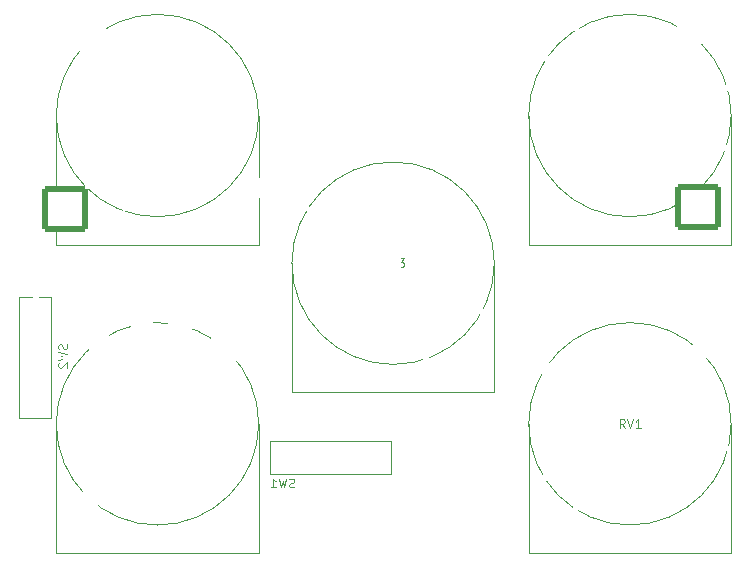
<source format=gbo>
G04 #@! TF.GenerationSoftware,KiCad,Pcbnew,8.0.1*
G04 #@! TF.CreationDate,2024-08-15T13:48:40+05:00*
G04 #@! TF.ProjectId,Life_pedal,4c696665-5f70-4656-9461-6c2e6b696361,rev?*
G04 #@! TF.SameCoordinates,Original*
G04 #@! TF.FileFunction,Legend,Bot*
G04 #@! TF.FilePolarity,Positive*
%FSLAX46Y46*%
G04 Gerber Fmt 4.6, Leading zero omitted, Abs format (unit mm)*
G04 Created by KiCad (PCBNEW 8.0.1) date 2024-08-15 13:48:40*
%MOMM*%
%LPD*%
G01*
G04 APERTURE LIST*
G04 Aperture macros list*
%AMRoundRect*
0 Rectangle with rounded corners*
0 $1 Rounding radius*
0 $2 $3 $4 $5 $6 $7 $8 $9 X,Y pos of 4 corners*
0 Add a 4 corners polygon primitive as box body*
4,1,4,$2,$3,$4,$5,$6,$7,$8,$9,$2,$3,0*
0 Add four circle primitives for the rounded corners*
1,1,$1+$1,$2,$3*
1,1,$1+$1,$4,$5*
1,1,$1+$1,$6,$7*
1,1,$1+$1,$8,$9*
0 Add four rect primitives between the rounded corners*
20,1,$1+$1,$2,$3,$4,$5,0*
20,1,$1+$1,$4,$5,$6,$7,0*
20,1,$1+$1,$6,$7,$8,$9,0*
20,1,$1+$1,$8,$9,$2,$3,0*%
G04 Aperture macros list end*
%ADD10C,0.100000*%
%ADD11C,0.120000*%
%ADD12R,2.200000X2.200000*%
%ADD13O,2.200000X2.200000*%
%ADD14R,1.600000X1.600000*%
%ADD15C,1.600000*%
%ADD16R,1.500000X1.050000*%
%ADD17O,1.500000X1.050000*%
%ADD18R,1.500000X1.500000*%
%ADD19C,1.500000*%
%ADD20RoundRect,0.250002X1.699998X-1.699998X1.699998X1.699998X-1.699998X1.699998X-1.699998X-1.699998X0*%
%ADD21R,1.700000X1.700000*%
%ADD22O,1.700000X1.700000*%
%ADD23C,1.804000*%
%ADD24C,3.000000*%
%ADD25R,4.600000X2.000000*%
%ADD26O,4.200000X2.000000*%
%ADD27O,2.000000X4.200000*%
%ADD28C,2.340000*%
%ADD29C,0.600000*%
G04 APERTURE END LIST*
D10*
X120906050Y-70600000D02*
X120941764Y-70707143D01*
X120941764Y-70707143D02*
X120941764Y-70885714D01*
X120941764Y-70885714D02*
X120906050Y-70957143D01*
X120906050Y-70957143D02*
X120870335Y-70992857D01*
X120870335Y-70992857D02*
X120798907Y-71028571D01*
X120798907Y-71028571D02*
X120727478Y-71028571D01*
X120727478Y-71028571D02*
X120656050Y-70992857D01*
X120656050Y-70992857D02*
X120620335Y-70957143D01*
X120620335Y-70957143D02*
X120584621Y-70885714D01*
X120584621Y-70885714D02*
X120548907Y-70742857D01*
X120548907Y-70742857D02*
X120513192Y-70671428D01*
X120513192Y-70671428D02*
X120477478Y-70635714D01*
X120477478Y-70635714D02*
X120406050Y-70600000D01*
X120406050Y-70600000D02*
X120334621Y-70600000D01*
X120334621Y-70600000D02*
X120263192Y-70635714D01*
X120263192Y-70635714D02*
X120227478Y-70671428D01*
X120227478Y-70671428D02*
X120191764Y-70742857D01*
X120191764Y-70742857D02*
X120191764Y-70921428D01*
X120191764Y-70921428D02*
X120227478Y-71028571D01*
X120191764Y-71278571D02*
X120941764Y-71457143D01*
X120941764Y-71457143D02*
X120406050Y-71600000D01*
X120406050Y-71600000D02*
X120941764Y-71742857D01*
X120941764Y-71742857D02*
X120191764Y-71921429D01*
X120263192Y-72171429D02*
X120227478Y-72207143D01*
X120227478Y-72207143D02*
X120191764Y-72278572D01*
X120191764Y-72278572D02*
X120191764Y-72457143D01*
X120191764Y-72457143D02*
X120227478Y-72528572D01*
X120227478Y-72528572D02*
X120263192Y-72564286D01*
X120263192Y-72564286D02*
X120334621Y-72600000D01*
X120334621Y-72600000D02*
X120406050Y-72600000D01*
X120406050Y-72600000D02*
X120513192Y-72564286D01*
X120513192Y-72564286D02*
X120941764Y-72135714D01*
X120941764Y-72135714D02*
X120941764Y-72600000D01*
X148103571Y-64091764D02*
X147853571Y-63734621D01*
X147675000Y-64091764D02*
X147675000Y-63341764D01*
X147675000Y-63341764D02*
X147960714Y-63341764D01*
X147960714Y-63341764D02*
X148032143Y-63377478D01*
X148032143Y-63377478D02*
X148067857Y-63413192D01*
X148067857Y-63413192D02*
X148103571Y-63484621D01*
X148103571Y-63484621D02*
X148103571Y-63591764D01*
X148103571Y-63591764D02*
X148067857Y-63663192D01*
X148067857Y-63663192D02*
X148032143Y-63698907D01*
X148032143Y-63698907D02*
X147960714Y-63734621D01*
X147960714Y-63734621D02*
X147675000Y-63734621D01*
X148317857Y-63341764D02*
X148567857Y-64091764D01*
X148567857Y-64091764D02*
X148817857Y-63341764D01*
X148996428Y-63341764D02*
X149460714Y-63341764D01*
X149460714Y-63341764D02*
X149210714Y-63627478D01*
X149210714Y-63627478D02*
X149317857Y-63627478D01*
X149317857Y-63627478D02*
X149389286Y-63663192D01*
X149389286Y-63663192D02*
X149425000Y-63698907D01*
X149425000Y-63698907D02*
X149460714Y-63770335D01*
X149460714Y-63770335D02*
X149460714Y-63948907D01*
X149460714Y-63948907D02*
X149425000Y-64020335D01*
X149425000Y-64020335D02*
X149389286Y-64056050D01*
X149389286Y-64056050D02*
X149317857Y-64091764D01*
X149317857Y-64091764D02*
X149103571Y-64091764D01*
X149103571Y-64091764D02*
X149032143Y-64056050D01*
X149032143Y-64056050D02*
X148996428Y-64020335D01*
X140199999Y-82706050D02*
X140092857Y-82741764D01*
X140092857Y-82741764D02*
X139914285Y-82741764D01*
X139914285Y-82741764D02*
X139842857Y-82706050D01*
X139842857Y-82706050D02*
X139807142Y-82670335D01*
X139807142Y-82670335D02*
X139771428Y-82598907D01*
X139771428Y-82598907D02*
X139771428Y-82527478D01*
X139771428Y-82527478D02*
X139807142Y-82456050D01*
X139807142Y-82456050D02*
X139842857Y-82420335D01*
X139842857Y-82420335D02*
X139914285Y-82384621D01*
X139914285Y-82384621D02*
X140057142Y-82348907D01*
X140057142Y-82348907D02*
X140128571Y-82313192D01*
X140128571Y-82313192D02*
X140164285Y-82277478D01*
X140164285Y-82277478D02*
X140199999Y-82206050D01*
X140199999Y-82206050D02*
X140199999Y-82134621D01*
X140199999Y-82134621D02*
X140164285Y-82063192D01*
X140164285Y-82063192D02*
X140128571Y-82027478D01*
X140128571Y-82027478D02*
X140057142Y-81991764D01*
X140057142Y-81991764D02*
X139878571Y-81991764D01*
X139878571Y-81991764D02*
X139771428Y-82027478D01*
X139521428Y-81991764D02*
X139342856Y-82741764D01*
X139342856Y-82741764D02*
X139199999Y-82206050D01*
X139199999Y-82206050D02*
X139057142Y-82741764D01*
X139057142Y-82741764D02*
X138878571Y-81991764D01*
X138199999Y-82741764D02*
X138628570Y-82741764D01*
X138414285Y-82741764D02*
X138414285Y-81991764D01*
X138414285Y-81991764D02*
X138485713Y-82098907D01*
X138485713Y-82098907D02*
X138557142Y-82170335D01*
X138557142Y-82170335D02*
X138628570Y-82206050D01*
X168153571Y-77691764D02*
X167903571Y-77334621D01*
X167725000Y-77691764D02*
X167725000Y-76941764D01*
X167725000Y-76941764D02*
X168010714Y-76941764D01*
X168010714Y-76941764D02*
X168082143Y-76977478D01*
X168082143Y-76977478D02*
X168117857Y-77013192D01*
X168117857Y-77013192D02*
X168153571Y-77084621D01*
X168153571Y-77084621D02*
X168153571Y-77191764D01*
X168153571Y-77191764D02*
X168117857Y-77263192D01*
X168117857Y-77263192D02*
X168082143Y-77298907D01*
X168082143Y-77298907D02*
X168010714Y-77334621D01*
X168010714Y-77334621D02*
X167725000Y-77334621D01*
X168367857Y-76941764D02*
X168617857Y-77691764D01*
X168617857Y-77691764D02*
X168867857Y-76941764D01*
X169510714Y-77691764D02*
X169082143Y-77691764D01*
X169296428Y-77691764D02*
X169296428Y-76941764D01*
X169296428Y-76941764D02*
X169225000Y-77048907D01*
X169225000Y-77048907D02*
X169153571Y-77120335D01*
X169153571Y-77120335D02*
X169082143Y-77156050D01*
D11*
X160030000Y-51250000D02*
X160030000Y-62170000D01*
X160030000Y-62170000D02*
X177170000Y-62170000D01*
X177170000Y-51250000D02*
X177170000Y-62170000D01*
X177170000Y-51250000D02*
G75*
G02*
X160030000Y-51250000I-8570000J0D01*
G01*
X160030000Y-51250000D02*
G75*
G02*
X177170000Y-51250000I8570000J0D01*
G01*
X119560000Y-76850000D02*
X116840000Y-76850000D01*
X116840000Y-66630000D01*
X119560000Y-66630000D01*
X119560000Y-76850000D01*
X139980000Y-63750000D02*
X139980000Y-74670000D01*
X139980000Y-74670000D02*
X157120000Y-74670000D01*
X157120000Y-63750000D02*
X157120000Y-74670000D01*
X157120000Y-63750000D02*
G75*
G02*
X139980000Y-63750000I-8570000J0D01*
G01*
X139980000Y-63750000D02*
G75*
G02*
X157120000Y-63750000I8570000J0D01*
G01*
X120030000Y-77350000D02*
X120030000Y-88270000D01*
X120030000Y-88270000D02*
X137170000Y-88270000D01*
X137170000Y-77350000D02*
X137170000Y-88270000D01*
X137170000Y-77350000D02*
G75*
G02*
X120030000Y-77350000I-8570000J0D01*
G01*
X120030000Y-77350000D02*
G75*
G02*
X137170000Y-77350000I8570000J0D01*
G01*
X120030000Y-51250000D02*
X120030000Y-62170000D01*
X120030000Y-62170000D02*
X137170000Y-62170000D01*
X137170000Y-51250000D02*
X137170000Y-62170000D01*
X137170000Y-51250000D02*
G75*
G02*
X120030000Y-51250000I-8570000J0D01*
G01*
X120030000Y-51250000D02*
G75*
G02*
X137170000Y-51250000I8570000J0D01*
G01*
X138150000Y-81560000D02*
X148370000Y-81560000D01*
X148370000Y-78840000D01*
X138150000Y-78840000D01*
X138150000Y-81560000D01*
X160030000Y-77350000D02*
X160030000Y-88270000D01*
X160030000Y-88270000D02*
X177170000Y-88270000D01*
X177170000Y-77350000D02*
X177170000Y-88270000D01*
X177170000Y-77350000D02*
G75*
G02*
X160030000Y-77350000I-8570000J0D01*
G01*
X160030000Y-77350000D02*
G75*
G02*
X177170000Y-77350000I8570000J0D01*
G01*
%LPC*%
D12*
X127200000Y-70940000D03*
D13*
X127200000Y-68400000D03*
D14*
X150194888Y-84600000D03*
D15*
X152694888Y-84600000D03*
D16*
X132640001Y-79130000D03*
D17*
X132640001Y-80400001D03*
X132640001Y-81670000D03*
D18*
X154200000Y-94200000D03*
D19*
X154200000Y-91660000D03*
X154200000Y-89120001D03*
D12*
X169668234Y-96800000D03*
D13*
X167128234Y-96800000D03*
D20*
X119400000Y-101200000D03*
X174400000Y-59000000D03*
D18*
X175800000Y-102200000D03*
D19*
X175800000Y-99660000D03*
X175800000Y-97120001D03*
D12*
X134200000Y-70940000D03*
D13*
X134200000Y-68400000D03*
D14*
X164205112Y-79000000D03*
D15*
X161705112Y-79000000D03*
D18*
X148150000Y-89050000D03*
D19*
X148150000Y-91590000D03*
X148150000Y-94129999D03*
D20*
X141400000Y-101200000D03*
D14*
X143805112Y-61800000D03*
D15*
X141305112Y-61800000D03*
D20*
X147085714Y-101200000D03*
X130028572Y-101200000D03*
D21*
X137950000Y-57375000D03*
D22*
X140490000Y-57375000D03*
D20*
X120800000Y-59200000D03*
D23*
X167180000Y-70990000D03*
X167180000Y-73530000D03*
X167180000Y-76070000D03*
X167180000Y-78610000D03*
X174800000Y-78610000D03*
X174800000Y-76070000D03*
X174800000Y-73530000D03*
X174800000Y-70990000D03*
D12*
X130600000Y-68203532D03*
D13*
X130600000Y-70743532D03*
D18*
X148450000Y-63450000D03*
D19*
X150990000Y-63450000D03*
X153530000Y-63450000D03*
D14*
X179000000Y-91000000D03*
D15*
X176500000Y-91000000D03*
D12*
X137800000Y-68203532D03*
D13*
X137800000Y-70743532D03*
D14*
X164405113Y-73000000D03*
D15*
X161905113Y-73000000D03*
D20*
X124600000Y-101200000D03*
D12*
X150660000Y-48600000D03*
D13*
X153200000Y-48600000D03*
D24*
X173200000Y-51435000D03*
X156970000Y-51435000D03*
X173200000Y-38735000D03*
X156970000Y-38735000D03*
X173200000Y-45085000D03*
X156970000Y-45085000D03*
D25*
X148300000Y-45335000D03*
D26*
X148300000Y-39035000D03*
D27*
X143500000Y-42435000D03*
D18*
X141150000Y-89050000D03*
D19*
X141150000Y-91590000D03*
X141150000Y-94129999D03*
D14*
X149005113Y-70200000D03*
D15*
X146505113Y-70200000D03*
D24*
X139630000Y-51435000D03*
X123400000Y-51435000D03*
X139630000Y-38735000D03*
X123400000Y-38735000D03*
X139630000Y-45085000D03*
X123400000Y-45085000D03*
D20*
X152400000Y-101200000D03*
D12*
X169668234Y-93200000D03*
D13*
X167128234Y-93200000D03*
D12*
X123800000Y-68203533D03*
D13*
X123800000Y-70743533D03*
D14*
X152000000Y-52194887D03*
D15*
X152000000Y-54694887D03*
X144200000Y-52705113D03*
D14*
X144200000Y-55205113D03*
X122800000Y-83900000D03*
D15*
X122800000Y-86400000D03*
D28*
X163600000Y-63800000D03*
X168600000Y-63800000D03*
X173600000Y-63800000D03*
D18*
X118200000Y-71740000D03*
D15*
X118200000Y-69200000D03*
X118200000Y-74280000D03*
D28*
X143550000Y-76300000D03*
X148550000Y-76300000D03*
X153550000Y-76300000D03*
X123600000Y-89900000D03*
X128600000Y-89900000D03*
X133600000Y-89900000D03*
X123600000Y-63800000D03*
X128600000Y-63800000D03*
X133600000Y-63800000D03*
D18*
X143260000Y-80200000D03*
D15*
X145800000Y-80200000D03*
X140720000Y-80200000D03*
D28*
X163600000Y-89900000D03*
X168600000Y-89900000D03*
X173600000Y-89900000D03*
D29*
X179275000Y-102230000D03*
X179275000Y-99690000D03*
X179275000Y-97150000D03*
X179275000Y-86990000D03*
X179275000Y-84450000D03*
X179275000Y-81910000D03*
X179275000Y-79370000D03*
X179275000Y-76830000D03*
X179275000Y-74290000D03*
X179275000Y-71750000D03*
X179275000Y-69210000D03*
X179275000Y-66670000D03*
X179275000Y-64130000D03*
X179275000Y-61590000D03*
X179275000Y-59050000D03*
X179275000Y-56510000D03*
X179275000Y-53970000D03*
X179275000Y-51430000D03*
X179275000Y-48890000D03*
X179275000Y-46350000D03*
X179275000Y-43810000D03*
X176735000Y-86990000D03*
X176735000Y-79370000D03*
X176735000Y-76830000D03*
X176735000Y-64130000D03*
X176735000Y-53970000D03*
X176735000Y-51430000D03*
X176735000Y-48890000D03*
X176735000Y-46350000D03*
X176735000Y-43810000D03*
X176735000Y-41270000D03*
X174195000Y-92070000D03*
X174195000Y-81910000D03*
X174195000Y-69210000D03*
X174195000Y-53970000D03*
X174195000Y-48890000D03*
X174195000Y-41270000D03*
X171655000Y-99690000D03*
X171655000Y-94610000D03*
X171655000Y-84450000D03*
X171655000Y-81910000D03*
X171655000Y-79370000D03*
X171655000Y-76830000D03*
X171655000Y-74290000D03*
X171655000Y-71750000D03*
X171655000Y-53970000D03*
X171655000Y-48890000D03*
X171655000Y-41270000D03*
X171655000Y-36190000D03*
X169115000Y-99690000D03*
X169115000Y-74290000D03*
X169115000Y-56510000D03*
X169115000Y-53970000D03*
X169115000Y-51430000D03*
X169115000Y-48890000D03*
X169115000Y-46350000D03*
X169115000Y-43810000D03*
X169115000Y-41270000D03*
X169115000Y-38730000D03*
X169115000Y-36190000D03*
X166575000Y-99690000D03*
X166575000Y-89530000D03*
X166575000Y-59050000D03*
X166575000Y-53970000D03*
X166575000Y-51430000D03*
X166575000Y-48890000D03*
X166575000Y-46350000D03*
X166575000Y-43810000D03*
X166575000Y-41270000D03*
X166575000Y-38730000D03*
X166575000Y-36190000D03*
X164035000Y-84450000D03*
X164035000Y-81910000D03*
X164035000Y-76830000D03*
X164035000Y-59050000D03*
X164035000Y-56510000D03*
X164035000Y-51430000D03*
X164035000Y-48890000D03*
X164035000Y-46350000D03*
X164035000Y-43810000D03*
X164035000Y-41270000D03*
X164035000Y-38730000D03*
X164035000Y-36190000D03*
X161495000Y-102230000D03*
X161495000Y-99690000D03*
X161495000Y-97150000D03*
X161495000Y-89530000D03*
X161495000Y-81910000D03*
X161495000Y-76830000D03*
X161495000Y-69210000D03*
X161495000Y-64130000D03*
X161495000Y-59050000D03*
X161495000Y-56510000D03*
X161495000Y-53970000D03*
X161495000Y-48890000D03*
X161495000Y-46350000D03*
X161495000Y-43810000D03*
X161495000Y-41270000D03*
X161495000Y-38730000D03*
X161495000Y-36190000D03*
X158955000Y-99690000D03*
X158955000Y-97150000D03*
X158955000Y-86990000D03*
X158955000Y-59050000D03*
X158955000Y-56510000D03*
X158955000Y-53970000D03*
X158955000Y-48890000D03*
X158955000Y-41270000D03*
X158955000Y-36190000D03*
X156415000Y-86990000D03*
X156415000Y-81910000D03*
X156415000Y-79370000D03*
X156415000Y-76830000D03*
X156415000Y-69210000D03*
X156415000Y-64130000D03*
X156415000Y-59050000D03*
X156415000Y-56510000D03*
X156415000Y-53970000D03*
X156415000Y-48890000D03*
X156415000Y-41270000D03*
X156415000Y-36190000D03*
X153875000Y-86990000D03*
X153875000Y-81910000D03*
X153875000Y-79370000D03*
X153875000Y-56510000D03*
X153875000Y-53970000D03*
X153875000Y-51430000D03*
X153875000Y-38730000D03*
X153875000Y-36190000D03*
X151335000Y-94610000D03*
X151335000Y-92070000D03*
X151335000Y-86990000D03*
X151335000Y-81910000D03*
X151335000Y-79370000D03*
X151335000Y-76830000D03*
X151335000Y-74290000D03*
X151335000Y-71750000D03*
X151335000Y-56510000D03*
X151335000Y-36190000D03*
X148795000Y-81910000D03*
X148795000Y-79370000D03*
X148795000Y-74290000D03*
X148795000Y-41270000D03*
X148795000Y-36190000D03*
X146255000Y-81910000D03*
X146255000Y-74290000D03*
X146255000Y-61590000D03*
X146255000Y-59050000D03*
X146255000Y-41270000D03*
X146255000Y-36190000D03*
X143715000Y-92070000D03*
X143715000Y-81910000D03*
X143715000Y-69210000D03*
X143715000Y-66670000D03*
X143715000Y-64130000D03*
X143715000Y-59050000D03*
X143715000Y-48890000D03*
X143715000Y-38730000D03*
X143715000Y-36190000D03*
X141175000Y-74290000D03*
X141175000Y-71750000D03*
X141175000Y-69210000D03*
X141175000Y-66670000D03*
X141175000Y-64130000D03*
X141175000Y-59050000D03*
X141175000Y-48890000D03*
X141175000Y-41270000D03*
X141175000Y-36190000D03*
X138635000Y-102230000D03*
X138635000Y-99690000D03*
X138635000Y-97150000D03*
X138635000Y-92070000D03*
X138635000Y-64130000D03*
X138635000Y-59050000D03*
X138635000Y-48890000D03*
X138635000Y-41270000D03*
X138635000Y-36190000D03*
X136095000Y-102230000D03*
X136095000Y-99690000D03*
X136095000Y-97150000D03*
X136095000Y-92070000D03*
X136095000Y-89530000D03*
X136095000Y-86990000D03*
X136095000Y-64130000D03*
X136095000Y-59050000D03*
X136095000Y-46350000D03*
X136095000Y-43810000D03*
X136095000Y-41270000D03*
X136095000Y-38730000D03*
X136095000Y-36190000D03*
X133555000Y-102230000D03*
X133555000Y-99690000D03*
X133555000Y-92070000D03*
X133555000Y-86990000D03*
X133555000Y-59050000D03*
X133555000Y-56510000D03*
X133555000Y-48890000D03*
X133555000Y-46350000D03*
X133555000Y-43810000D03*
X133555000Y-41270000D03*
X133555000Y-38730000D03*
X133555000Y-36190000D03*
X131015000Y-92070000D03*
X131015000Y-89530000D03*
X131015000Y-86990000D03*
X131015000Y-64130000D03*
X131015000Y-59050000D03*
X131015000Y-56510000D03*
X131015000Y-53970000D03*
X131015000Y-46350000D03*
X131015000Y-43810000D03*
X131015000Y-41270000D03*
X131015000Y-38730000D03*
X131015000Y-36190000D03*
X128475000Y-97150000D03*
X128475000Y-94610000D03*
X128475000Y-92070000D03*
X128475000Y-86990000D03*
X128475000Y-84450000D03*
X128475000Y-74290000D03*
X128475000Y-59050000D03*
X128475000Y-56510000D03*
X128475000Y-53970000D03*
X128475000Y-51430000D03*
X128475000Y-43810000D03*
X128475000Y-41270000D03*
X128475000Y-38730000D03*
X128475000Y-36190000D03*
X125935000Y-97150000D03*
X125935000Y-94610000D03*
X125935000Y-89530000D03*
X125935000Y-86990000D03*
X125935000Y-84450000D03*
X125935000Y-74290000D03*
X125935000Y-64130000D03*
X125935000Y-59050000D03*
X125935000Y-56510000D03*
X125935000Y-53970000D03*
X125935000Y-51430000D03*
X125935000Y-48890000D03*
X125935000Y-43810000D03*
X125935000Y-41270000D03*
X125935000Y-38730000D03*
X125935000Y-36190000D03*
X123395000Y-97150000D03*
X123395000Y-94610000D03*
X123395000Y-81910000D03*
X123395000Y-74290000D03*
X123395000Y-53970000D03*
X123395000Y-48890000D03*
X123395000Y-41270000D03*
X123395000Y-36190000D03*
X120855000Y-97150000D03*
X120855000Y-94610000D03*
X120855000Y-92070000D03*
X120855000Y-86990000D03*
X120855000Y-84450000D03*
X120855000Y-81910000D03*
X120855000Y-79370000D03*
X120855000Y-76830000D03*
X120855000Y-71750000D03*
X120855000Y-69210000D03*
X120855000Y-64130000D03*
X120855000Y-51430000D03*
X120855000Y-48890000D03*
X120855000Y-46350000D03*
X120855000Y-43810000D03*
X120855000Y-41270000D03*
X118315000Y-97150000D03*
X118315000Y-94610000D03*
X118315000Y-92070000D03*
X118315000Y-89530000D03*
X118315000Y-66670000D03*
X118315000Y-64130000D03*
X118315000Y-53970000D03*
X118315000Y-51430000D03*
X118315000Y-48890000D03*
X118315000Y-46350000D03*
X118315000Y-43810000D03*
X118315000Y-41270000D03*
X144000000Y-85600000D03*
X145800000Y-98000000D03*
X157000000Y-98000000D03*
X132800000Y-76800000D03*
X162600000Y-103800000D03*
X146600000Y-90000000D03*
X133200000Y-97800000D03*
X158000000Y-89200000D03*
X165600000Y-83400000D03*
X144600000Y-97400000D03*
X156000000Y-67800000D03*
X132000000Y-84800000D03*
X147800000Y-66000000D03*
X144800000Y-47000000D03*
X155600000Y-75200000D03*
X164400000Y-102800000D03*
X178800000Y-95400000D03*
X133800000Y-97000000D03*
X144000000Y-94600000D03*
X138400000Y-85800000D03*
X136600000Y-84000000D03*
X158000000Y-63400000D03*
X152400000Y-59800000D03*
X128800000Y-81200000D03*
%LPD*%
M02*

</source>
